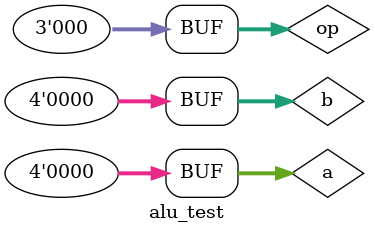
<source format=v>
`timescale 1ns / 1ps


module alu_test;

	// Inputs
	reg [3:0] a;
	reg [3:0] b;
	reg [2:0] op;

	// Outputs
	wire [3:0] out;

	// Instantiate the Unit Under Test (UUT)
	alu uut (
		.a(a), 
		.b(b), 
		.op(op), 
		.out(out)
	);

	initial begin
		// Initialize Inputs
		a = 0;
		b = 0;
		op = 0;

		// Wait 100 ns for global reset to finish
		#100;
        
		// Add stimulus here

	end
      
endmodule


</source>
